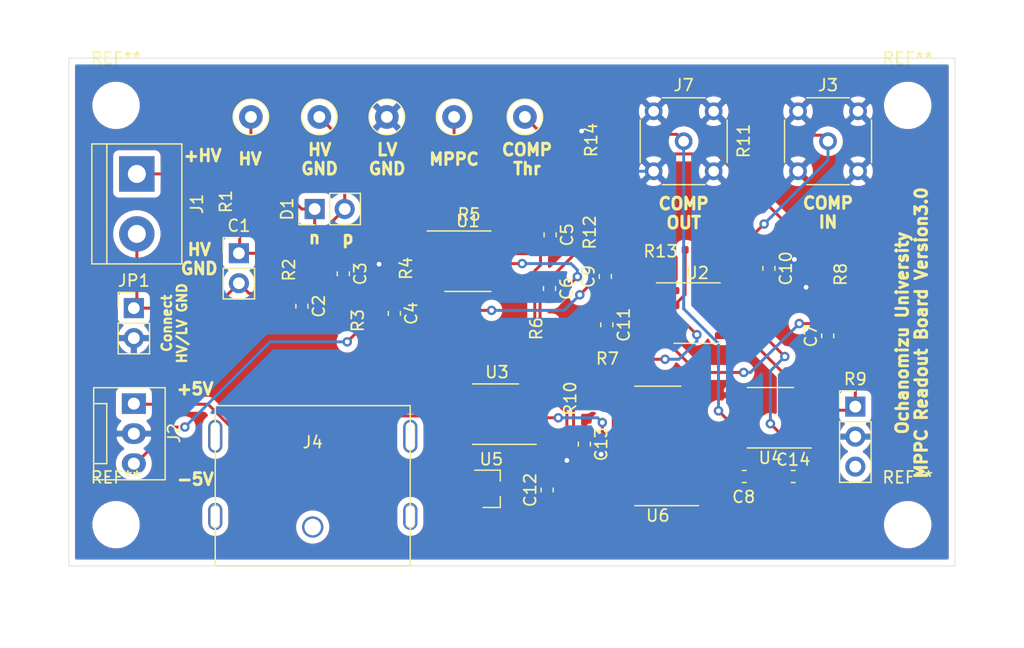
<source format=kicad_pcb>
(kicad_pcb (version 20171130) (host pcbnew "(5.1.4-0-10_14)")
  (layers (0 F.Cu signal) (31 B.Cu signal) (34 B.Paste user) (35 F.Paste user) (36 B.SilkS user) (37 F.SilkS user) (38 B.Mask user) (39 F.Mask user) (44 Edge.Cuts user))
  (net 0 "")
  (net 1 "Net-(C1-Pad1)")
  (net 2 "Net-(C1-Pad2)")
  (net 3 "Net-(C2-Pad1)")
  (net 4 "Net-(C3-Pad1)")
  (net 5 "Net-(C3-Pad2)")
  (net 6 GND)
  (net 7 "Net-(C4-Pad2)")
  (net 8 "Net-(C10-Pad2)")
  (net 9 "Net-(C6-Pad1)")
  (net 10 "Net-(C6-Pad2)")
  (net 11 "Net-(C11-Pad2)")
  (net 12 "Net-(C12-Pad2)")
  (net 13 "Net-(J1-Pad1)")
  (net 14 "Net-(J3-Pad1)")
  (net 15 "Net-(J4-Pad15)")
  (net 16 "Net-(J4-Pad1)")
  (net 17 "Net-(J4-Pad16)")
  (net 18 "Net-(J4-Pad17)")
  (net 19 "Net-(J4-Pad18)")
  (net 20 "Net-(J4-Pad19)")
  (net 21 "Net-(J4-Pad11)")
  (net 22 "Net-(J4-Pad5)")
  (net 23 "Net-(J4-Pad20)")
  (net 24 "Net-(J4-Pad14)")
  (net 25 "Net-(J4-Pad2)")
  (net 26 "Net-(J4-Pad3)")
  (net 27 "Net-(J4-Pad4)")
  (net 28 "Net-(J4-Pad13)")
  (net 29 "Net-(J4-Pad6)")
  (net 30 "Net-(J4-Pad7)")
  (net 31 "Net-(J4-Pad8)")
  (net 32 "Net-(J4-Pad9)")
  (net 33 "Net-(J4-Pad10)")
  (net 34 "Net-(J4-Pad12)")
  (net 35 "Net-(J7-Pad1)")
  (net 36 "Net-(R4-Pad2)")
  (net 37 "Net-(R7-Pad2)")
  (net 38 "Net-(R12-Pad1)")
  (net 39 "Net-(U3-Pad6)")
  (net 40 "Net-(U3-Pad5)")
  (net 41 "Net-(U3-Pad3)")
  (net 42 "Net-(U3-Pad2)")
  (net 43 "Net-(U4-Pad8)")
  (net 44 "Net-(U6-Pad4)")
  (net 45 "Net-(C14-Pad2)")
  (module MountingHole:MountingHole_3mm (layer F.Cu) (at 102 120.5108)
    (fp_text reference REF** (at 0 -4) (layer F.SilkS))
    (fp_text value MountingHole_3mm)
    (pad 1 np_thru_hole circle (at 0 0) (size 3 3) (drill 3) (layers *.Cu *.Mask))
  )
  (module MountingHole:MountingHole_3mm (layer F.Cu) (at 169 120.5108)
    (fp_text reference REF** (at 0 -4) (layer F.SilkS))
    (fp_text value MountingHole_3mm)
    (pad 1 np_thru_hole circle (at 0 0) (size 3 3) (drill 3) (layers *.Cu *.Mask))
  )
  (module MountingHole:MountingHole_3mm (layer F.Cu) (at 169 85)
    (fp_text reference REF** (at 0 -4) (layer F.SilkS))
    (fp_text value MountingHole_3mm)
    (pad 1 np_thru_hole circle (at 0 0) (size 3 3) (drill 3) (layers *.Cu *.Mask))
  )
  (module MountingHole:MountingHole_3mm (layer F.Cu) (at 102 85)
    (fp_text reference REF** (at 0 -4) (layer F.SilkS))
    (fp_text value MountingHole_3mm)
    (pad 1 np_thru_hole circle (at 0 0) (size 3 3) (drill 3) (layers *.Cu *.Mask))
  )
  (module Connector_HDMI:DisplayPort (layer F.Cu) (at 118.6434 113.03)
    (fp_text reference J4 (at 0 0.5) (layer F.SilkS))
    (fp_text value Conn_01x20_Female)
    (pad 21 thru_hole oval (at -8.25 6.78) (size 1.2 2.3) (drill oval 0.7 1.8) (layers *.Cu *.Mask))
    (pad 21 thru_hole oval (at 8.26 0) (size 1.2 2.8) (drill oval 0.7 2.3) (layers *.Cu *.Mask))
    (pad "" np_thru_hole circle (at 0 7.68) (size 1.8 1.8) (drill 1.4) (layers *.Cu *.Mask))
    (pad 15 smd rect (at -1.5 -2.6) (size 0.28 2.4) (layers F.Cu F.Paste F.Mask) (net 15 "Net-(J4-Pad15)"))
    (pad 1 smd rect (at 5.5 -2.6) (size 0.28 2.4) (layers F.Cu F.Paste F.Mask) (net 16 "Net-(J4-Pad1)"))
    (pad 16 smd rect (at -2 -2.6) (size 0.28 2.4) (layers F.Cu F.Paste F.Mask) (net 17 "Net-(J4-Pad16)"))
    (pad 17 smd rect (at -2.5 -2.6) (size 0.28 2.4) (layers F.Cu F.Paste F.Mask) (net 18 "Net-(J4-Pad17)"))
    (pad 18 smd rect (at -3 -2.6) (size 0.28 2.4) (layers F.Cu F.Paste F.Mask) (net 19 "Net-(J4-Pad18)"))
    (pad 19 smd rect (at -3.5 -2.6) (size 0.28 2.4) (layers F.Cu F.Paste F.Mask) (net 20 "Net-(J4-Pad19)"))
    (pad 11 smd rect (at 0.5 -2.6) (size 0.28 2.4) (layers F.Cu F.Paste F.Mask) (net 21 "Net-(J4-Pad11)"))
    (pad 5 smd rect (at 3.5 -2.6) (size 0.28 2.4) (layers F.Cu F.Paste F.Mask) (net 22 "Net-(J4-Pad5)"))
    (pad 20 smd rect (at -4 -2.6) (size 0.28 2.4) (layers F.Cu F.Paste F.Mask) (net 23 "Net-(J4-Pad20)"))
    (pad 14 smd rect (at -1 -2.6) (size 0.28 2.4) (layers F.Cu F.Paste F.Mask) (net 24 "Net-(J4-Pad14)"))
    (pad 2 smd rect (at 5 -2.6) (size 0.28 2.4) (layers F.Cu F.Paste F.Mask) (net 25 "Net-(J4-Pad2)"))
    (pad 3 smd rect (at 4.5 -2.6) (size 0.28 2.4) (layers F.Cu F.Paste F.Mask) (net 26 "Net-(J4-Pad3)"))
    (pad 4 smd rect (at 4 -2.6) (size 0.28 2.4) (layers F.Cu F.Paste F.Mask) (net 27 "Net-(J4-Pad4)"))
    (pad 13 smd rect (at -0.5 -2.6) (size 0.28 2.4) (layers F.Cu F.Paste F.Mask) (net 28 "Net-(J4-Pad13)"))
    (pad 6 smd rect (at 3 -2.6) (size 0.28 2.4) (layers F.Cu F.Paste F.Mask) (net 29 "Net-(J4-Pad6)"))
    (pad 7 smd rect (at 2.5 -2.6) (size 0.28 2.4) (layers F.Cu F.Paste F.Mask) (net 30 "Net-(J4-Pad7)"))
    (pad 8 smd rect (at 2 -2.6) (size 0.28 2.4) (layers F.Cu F.Paste F.Mask) (net 31 "Net-(J4-Pad8)"))
    (pad 9 smd rect (at 1.5 -2.6) (size 0.28 2.4) (layers F.Cu F.Paste F.Mask) (net 32 "Net-(J4-Pad9)"))
    (pad 10 smd rect (at 1 -2.6) (size 0.28 2.4) (layers F.Cu F.Paste F.Mask) (net 33 "Net-(J4-Pad10)"))
    (pad 12 smd rect (at 0 -2.6) (size 0.28 2.4) (layers F.Cu F.Paste F.Mask) (net 34 "Net-(J4-Pad12)"))
    (pad 21 thru_hole oval (at -8.25 0) (size 1.2 2.8) (drill oval 0.7 2.3) (layers *.Cu *.Mask))
    (pad 21 thru_hole oval (at 8.26 6.78) (size 1.2 2.3) (drill oval 0.7 1.8) (layers *.Cu *.Mask))
  )
  (module Connector_PinHeader_2.54mm:PinHeader_1x02_P2.54mm_Vertical (layer F.Cu) (at 112.395 97.5233)
    (fp_text reference C1 (at 0 -2.33) (layer F.SilkS))
    (fp_text value 22u)
    (pad 1 thru_hole rect (at 0 0) (size 1.7 1.7) (drill 1) (layers *.Cu *.Mask) (net 1 "Net-(C1-Pad1)"))
    (pad 2 thru_hole oval (at 0 2.54) (size 1.7 1.7) (drill 1) (layers *.Cu *.Mask) (net 2 "Net-(C1-Pad2)"))
  )
  (module Capacitor_SMD:C_0603_1608Metric (layer F.Cu) (at 117.729 102.0064 270)
    (fp_text reference C2 (at 0 -1.43 90) (layer F.SilkS))
    (fp_text value 0.1u)
    (pad 1 smd roundrect (at -0.7875 0 270) (size 0.875 0.95) (layers F.Cu F.Paste F.Mask) (net 3 "Net-(C2-Pad1)"))
    (pad 2 smd roundrect (at 0.7875 0 270) (size 0.875 0.95) (layers F.Cu F.Paste F.Mask) (net 2 "Net-(C1-Pad2)"))
  )
  (module Capacitor_SMD:C_0603_1608Metric (layer F.Cu) (at 121.2342 99.2632 270)
    (fp_text reference C3 (at 0 -1.43 90) (layer F.SilkS))
    (fp_text value 0.1u)
    (pad 1 smd roundrect (at -0.7875 0 270) (size 0.875 0.95) (layers F.Cu F.Paste F.Mask) (net 4 "Net-(C3-Pad1)"))
    (pad 2 smd roundrect (at 0.7875 0 270) (size 0.875 0.95) (layers F.Cu F.Paste F.Mask) (net 5 "Net-(C3-Pad2)"))
  )
  (module Capacitor_SMD:C_0603_1608Metric (layer F.Cu) (at 125.5522 102.616 270)
    (fp_text reference C4 (at 0 -1.43 90) (layer F.SilkS))
    (fp_text value 0.1u)
    (pad 1 smd roundrect (at -0.7875 0 270) (size 0.875 0.95) (layers F.Cu F.Paste F.Mask) (net 6 GND))
    (pad 2 smd roundrect (at 0.7875 0 270) (size 0.875 0.95) (layers F.Cu F.Paste F.Mask) (net 7 "Net-(C4-Pad2)"))
  )
  (module Capacitor_SMD:C_0603_1608Metric (layer F.Cu) (at 138.7348 95.9612 270)
    (fp_text reference C5 (at 0 -1.43 90) (layer F.SilkS))
    (fp_text value 0.1u)
    (pad 2 smd roundrect (at 0.7875 0 270) (size 0.875 0.95) (layers F.Cu F.Paste F.Mask) (net 8 "Net-(C10-Pad2)"))
    (pad 1 smd roundrect (at -0.7875 0 270) (size 0.875 0.95) (layers F.Cu F.Paste F.Mask) (net 6 GND))
  )
  (module Capacitor_SMD:C_0603_1608Metric (layer F.Cu) (at 138.684 100.5078 270)
    (fp_text reference C6 (at 0 -1.43 90) (layer F.SilkS))
    (fp_text value 0.1u)
    (pad 1 smd roundrect (at -0.7875 0 270) (size 0.875 0.95) (layers F.Cu F.Paste F.Mask) (net 9 "Net-(C6-Pad1)"))
    (pad 2 smd roundrect (at 0.7875 0 270) (size 0.875 0.95) (layers F.Cu F.Paste F.Mask) (net 10 "Net-(C6-Pad2)"))
  )
  (module Capacitor_SMD:C_0603_1608Metric (layer F.Cu) (at 162.2298 104.521 90)
    (fp_text reference C7 (at 0 -1.43 90) (layer F.SilkS))
    (fp_text value 0.1u)
    (pad 2 smd roundrect (at 0.7875 0 90) (size 0.875 0.95) (layers F.Cu F.Paste F.Mask) (net 7 "Net-(C4-Pad2)"))
    (pad 1 smd roundrect (at -0.7875 0 90) (size 0.875 0.95) (layers F.Cu F.Paste F.Mask) (net 6 GND))
  )
  (module Capacitor_SMD:C_0603_1608Metric (layer F.Cu) (at 155.1686 116.4336)
    (fp_text reference C8 (at -0.0508 1.7272) (layer F.SilkS))
    (fp_text value 0.1u)
    (pad 1 smd roundrect (at -0.7875 0) (size 0.875 0.95) (layers F.Cu F.Paste F.Mask) (net 8 "Net-(C10-Pad2)"))
    (pad 2 smd roundrect (at 0.7875 0) (size 0.875 0.95) (layers F.Cu F.Paste F.Mask) (net 6 GND))
  )
  (module Capacitor_SMD:C_0603_1608Metric (layer F.Cu) (at 143.4084 99.4918 90)
    (fp_text reference C9 (at 0 -1.43 90) (layer F.SilkS))
    (fp_text value 0.1u)
    (pad 2 smd roundrect (at 0.7875 0 90) (size 0.875 0.95) (layers F.Cu F.Paste F.Mask) (net 7 "Net-(C4-Pad2)"))
    (pad 1 smd roundrect (at -0.7875 0 90) (size 0.875 0.95) (layers F.Cu F.Paste F.Mask) (net 6 GND))
  )
  (module Capacitor_SMD:C_0603_1608Metric (layer F.Cu) (at 157.2514 98.806 270)
    (fp_text reference C10 (at 0 -1.43 90) (layer F.SilkS))
    (fp_text value 0.1u)
    (pad 1 smd roundrect (at -0.7875 0 270) (size 0.875 0.95) (layers F.Cu F.Paste F.Mask) (net 6 GND))
    (pad 2 smd roundrect (at 0.7875 0 270) (size 0.875 0.95) (layers F.Cu F.Paste F.Mask) (net 8 "Net-(C10-Pad2)"))
  )
  (module Capacitor_SMD:C_0603_1608Metric (layer F.Cu) (at 143.5354 103.5812 270)
    (fp_text reference C11 (at 0 -1.43 90) (layer F.SilkS))
    (fp_text value 47p)
    (pad 2 smd roundrect (at 0.7875 0 270) (size 0.875 0.95) (layers F.Cu F.Paste F.Mask) (net 11 "Net-(C11-Pad2)"))
    (pad 1 smd roundrect (at -0.7875 0 270) (size 0.875 0.95) (layers F.Cu F.Paste F.Mask) (net 6 GND))
  )
  (module Capacitor_SMD:C_0603_1608Metric (layer F.Cu) (at 138.4808 117.5766 90)
    (fp_text reference C12 (at 0 -1.43 90) (layer F.SilkS))
    (fp_text value 0.1u)
    (pad 2 smd roundrect (at 0.7875 0 90) (size 0.875 0.95) (layers F.Cu F.Paste F.Mask) (net 12 "Net-(C12-Pad2)"))
    (pad 1 smd roundrect (at -0.7875 0 90) (size 0.875 0.95) (layers F.Cu F.Paste F.Mask) (net 6 GND))
  )
  (module Connector_PinHeader_2.54mm:PinHeader_1x02_P2.54mm_Vertical (layer F.Cu) (at 118.8085 93.7768 90)
    (fp_text reference D1 (at 0 -2.33 90) (layer F.SilkS))
    (fp_text value D_SiPM)
    (pad 1 thru_hole rect (at 0 0 90) (size 1.7 1.7) (drill 1) (layers *.Cu *.Mask) (net 3 "Net-(C2-Pad1)"))
    (pad 2 thru_hole oval (at 0 2.54 90) (size 1.7 1.7) (drill 1) (layers *.Cu *.Mask) (net 5 "Net-(C3-Pad2)"))
  )
  (module TerminalBlock:TerminalBlock_bornier-2_P5.08mm (layer F.Cu) (at 103.759 90.805 270)
    (fp_text reference J1 (at 2.54 -5.08 90) (layer F.SilkS))
    (fp_text value Screw_Terminal_01x02)
    (pad 1 thru_hole rect (at 0 0 270) (size 3 3) (drill 1.52) (layers *.Cu *.Mask) (net 13 "Net-(J1-Pad1)"))
    (pad 2 thru_hole circle (at 5.08 0 270) (size 3 3) (drill 1.52) (layers *.Cu *.Mask) (net 2 "Net-(C1-Pad2)"))
  )
  (module Connector:FanPinHeader_1x03_P2.54mm_Vertical (layer F.Cu) (at 103.505 110.2614 270)
    (fp_text reference J2 (at 2.5 -3.4 90) (layer F.SilkS))
    (fp_text value Conn_01x03)
    (pad 1 thru_hole rect (at 0 0) (size 2.03 1.73) (drill 1.02) (layers *.Cu *.Mask) (net 8 "Net-(C10-Pad2)"))
    (pad 2 thru_hole oval (at 2.54 0) (size 2.03 1.73) (drill 1.02) (layers *.Cu *.Mask) (net 6 GND))
    (pad 3 thru_hole oval (at 5.08 0) (size 2.03 1.73) (drill 1.02) (layers *.Cu *.Mask) (net 7 "Net-(C4-Pad2)"))
  )
  (module Connector_Coaxial:SMA_Amphenol_132134-16_Vertical (layer F.Cu) (at 162.2552 88.0364)
    (fp_text reference J3 (at 0 -4.75) (layer F.SilkS))
    (fp_text value LEMO2)
    (pad 2 thru_hole circle (at -2.54 2.54) (size 1.5 1.5) (drill 0.9) (layers *.Cu *.Mask) (net 6 GND))
    (pad 2 thru_hole circle (at -2.54 -2.54) (size 1.5 1.5) (drill 0.9) (layers *.Cu *.Mask) (net 6 GND))
    (pad 2 thru_hole circle (at 2.54 -2.54) (size 1.5 1.5) (drill 0.9) (layers *.Cu *.Mask) (net 6 GND))
    (pad 2 thru_hole circle (at 2.54 2.54) (size 1.5 1.5) (drill 0.9) (layers *.Cu *.Mask) (net 6 GND))
    (pad 1 thru_hole circle (at 0 0) (size 1.5 1.5) (drill 0.9) (layers *.Cu *.Mask) (net 14 "Net-(J3-Pad1)"))
  )
  (module Connector_Coaxial:SMA_Amphenol_132134-16_Vertical (layer F.Cu) (at 150.0378 88.0364)
    (fp_text reference J7 (at 0 -4.75) (layer F.SilkS))
    (fp_text value LEMO2)
    (pad 1 thru_hole circle (at 0 0) (size 1.5 1.5) (drill 0.9) (layers *.Cu *.Mask) (net 35 "Net-(J7-Pad1)"))
    (pad 2 thru_hole circle (at 2.54 2.54) (size 1.5 1.5) (drill 0.9) (layers *.Cu *.Mask) (net 6 GND))
    (pad 2 thru_hole circle (at 2.54 -2.54) (size 1.5 1.5) (drill 0.9) (layers *.Cu *.Mask) (net 6 GND))
    (pad 2 thru_hole circle (at -2.54 -2.54) (size 1.5 1.5) (drill 0.9) (layers *.Cu *.Mask) (net 6 GND))
    (pad 2 thru_hole circle (at -2.54 2.54) (size 1.5 1.5) (drill 0.9) (layers *.Cu *.Mask) (net 6 GND))
  )
  (module Connector_PinHeader_2.54mm:PinHeader_1x02_P2.54mm_Vertical (layer F.Cu) (at 103.505 102.1715)
    (fp_text reference JP1 (at 0 -2.33) (layer F.SilkS))
    (fp_text value Jumper)
    (pad 2 thru_hole oval (at 0 2.54) (size 1.7 1.7) (drill 1) (layers *.Cu *.Mask) (net 6 GND))
    (pad 1 thru_hole rect (at 0 0) (size 1.7 1.7) (drill 1) (layers *.Cu *.Mask) (net 2 "Net-(C1-Pad2)"))
  )
  (module Resistor_SMD:R_0402_1005Metric (layer F.Cu) (at 112.4585 93.1418 90)
    (fp_text reference R1 (at 0 -1.17 90) (layer F.SilkS))
    (fp_text value 100k)
    (pad 1 smd roundrect (at -0.485 0 90) (size 0.59 0.64) (layers F.Cu F.Paste F.Mask) (net 1 "Net-(C1-Pad1)"))
    (pad 2 smd roundrect (at 0.485 0 90) (size 0.59 0.64) (layers F.Cu F.Paste F.Mask) (net 13 "Net-(J1-Pad1)"))
  )
  (module Resistor_SMD:R_0402_1005Metric (layer F.Cu) (at 117.8052 98.933 90)
    (fp_text reference R2 (at 0 -1.17 90) (layer F.SilkS))
    (fp_text value 150k)
    (pad 2 smd roundrect (at 0.485 0 90) (size 0.59 0.64) (layers F.Cu F.Paste F.Mask) (net 1 "Net-(C1-Pad1)"))
    (pad 1 smd roundrect (at -0.485 0 90) (size 0.59 0.64) (layers F.Cu F.Paste F.Mask) (net 3 "Net-(C2-Pad1)"))
  )
  (module Resistor_SMD:R_0402_1005Metric (layer F.Cu) (at 121.285 103.2256 270)
    (fp_text reference R3 (at 0 -1.17 90) (layer F.SilkS))
    (fp_text value 1k)
    (pad 2 smd roundrect (at 0.485 0 270) (size 0.59 0.64) (layers F.Cu F.Paste F.Mask) (net 5 "Net-(C3-Pad2)"))
    (pad 1 smd roundrect (at -0.485 0 270) (size 0.59 0.64) (layers F.Cu F.Paste F.Mask) (net 2 "Net-(C1-Pad2)"))
  )
  (module Resistor_SMD:R_0402_1005Metric (layer F.Cu) (at 125.3744 98.806 270)
    (fp_text reference R4 (at 0 -1.17 90) (layer F.SilkS))
    (fp_text value 1k)
    (pad 1 smd roundrect (at -0.485 0 270) (size 0.59 0.64) (layers F.Cu F.Paste F.Mask) (net 6 GND))
    (pad 2 smd roundrect (at 0.485 0 270) (size 0.59 0.64) (layers F.Cu F.Paste F.Mask) (net 36 "Net-(R4-Pad2)"))
  )
  (module Resistor_SMD:R_0402_1005Metric (layer F.Cu) (at 131.8768 93.0656 180)
    (fp_text reference R5 (at 0 -1.17) (layer F.SilkS))
    (fp_text value 20k)
    (pad 1 smd roundrect (at -0.485 0 180) (size 0.59 0.64) (layers F.Cu F.Paste F.Mask) (net 10 "Net-(C6-Pad2)"))
    (pad 2 smd roundrect (at 0.485 0 180) (size 0.59 0.64) (layers F.Cu F.Paste F.Mask) (net 4 "Net-(C3-Pad1)"))
  )
  (module Resistor_SMD:R_0402_1005Metric (layer F.Cu) (at 138.7348 103.9114 90)
    (fp_text reference R6 (at 0 -1.17 90) (layer F.SilkS))
    (fp_text value 1k)
    (pad 2 smd roundrect (at 0.485 0 90) (size 0.59 0.64) (layers F.Cu F.Paste F.Mask) (net 9 "Net-(C6-Pad1)"))
    (pad 1 smd roundrect (at -0.485 0 90) (size 0.59 0.64) (layers F.Cu F.Paste F.Mask) (net 6 GND))
  )
  (module Resistor_SMD:R_0402_1005Metric (layer F.Cu) (at 145.796 106.4768)
    (fp_text reference R7 (at -2.2098 -0.0254) (layer F.SilkS))
    (fp_text value 1k)
    (pad 2 smd roundrect (at 0.485 0) (size 0.59 0.64) (layers F.Cu F.Paste F.Mask) (net 37 "Net-(R7-Pad2)"))
    (pad 1 smd roundrect (at -0.485 0) (size 0.59 0.64) (layers F.Cu F.Paste F.Mask) (net 6 GND))
  )
  (module Resistor_SMD:R_0402_1005Metric (layer F.Cu) (at 162.1536 99.314 270)
    (fp_text reference R8 (at 0 -1.17 90) (layer F.SilkS))
    (fp_text value 100k)
    (pad 1 smd roundrect (at -0.485 0 270) (size 0.59 0.64) (layers F.Cu F.Paste F.Mask) (net 45 "Net-(C14-Pad2)"))
    (pad 2 smd roundrect (at 0.485 0 270) (size 0.59 0.64) (layers F.Cu F.Paste F.Mask) (net 8 "Net-(C10-Pad2)"))
  )
  (module Connector_PinHeader_2.54mm:PinHeader_1x03_P2.54mm_Vertical (layer F.Cu) (at 164.5666 110.5154)
    (fp_text reference R9 (at 0 -2.33) (layer F.SilkS))
    (fp_text value R_Variable)
    (pad 1 thru_hole rect (at 0 0) (size 1.7 1.7) (drill 1) (layers *.Cu *.Mask) (net 45 "Net-(C14-Pad2)"))
    (pad 2 thru_hole oval (at 0 2.54) (size 1.7 1.7) (drill 1) (layers *.Cu *.Mask) (net 6 GND))
    (pad 3 thru_hole oval (at 0 5.08) (size 1.7 1.7) (drill 1) (layers *.Cu *.Mask))
  )
  (module Resistor_SMD:R_0402_1005Metric (layer F.Cu) (at 141.605 109.8296 90)
    (fp_text reference R10 (at 0 -1.17 90) (layer F.SilkS))
    (fp_text value 1k)
    (pad 1 smd roundrect (at -0.485 0 90) (size 0.59 0.64) (layers F.Cu F.Paste F.Mask) (net 11 "Net-(C11-Pad2)"))
    (pad 2 smd roundrect (at 0.485 0 90) (size 0.59 0.64) (layers F.Cu F.Paste F.Mask) (net 8 "Net-(C10-Pad2)"))
  )
  (module Resistor_SMD:R_0402_1005Metric (layer F.Cu) (at 156.2862 88.011 90)
    (fp_text reference R11 (at 0 -1.17 90) (layer F.SilkS))
    (fp_text value 1k)
    (pad 1 smd roundrect (at -0.485 0 90) (size 0.59 0.64) (layers F.Cu F.Paste F.Mask) (net 6 GND))
    (pad 2 smd roundrect (at 0.485 0 90) (size 0.59 0.64) (layers F.Cu F.Paste F.Mask) (net 14 "Net-(J3-Pad1)"))
  )
  (module Resistor_SMD:R_0402_1005Metric (layer F.Cu) (at 143.256 95.758 90)
    (fp_text reference R12 (at 0 -1.17 90) (layer F.SilkS))
    (fp_text value 1k)
    (pad 2 smd roundrect (at 0.485 0 90) (size 0.59 0.64) (layers F.Cu F.Paste F.Mask) (net 9 "Net-(C6-Pad1)"))
    (pad 1 smd roundrect (at -0.485 0 90) (size 0.59 0.64) (layers F.Cu F.Paste F.Mask) (net 38 "Net-(R12-Pad1)"))
  )
  (module Resistor_SMD:R_0402_1005Metric (layer F.Cu) (at 150.6474 97.2312 180)
    (fp_text reference R13 (at 2.5654 -0.127) (layer F.SilkS))
    (fp_text value 1k)
    (pad 1 smd roundrect (at -0.485 0 180) (size 0.59 0.64) (layers F.Cu F.Paste F.Mask) (net 14 "Net-(J3-Pad1)"))
    (pad 2 smd roundrect (at 0.485 0 180) (size 0.59 0.64) (layers F.Cu F.Paste F.Mask) (net 38 "Net-(R12-Pad1)"))
  )
  (module Resistor_SMD:R_0402_1005Metric (layer F.Cu) (at 143.383 87.9348 90)
    (fp_text reference R14 (at 0 -1.17 90) (layer F.SilkS))
    (fp_text value 1k)
    (pad 2 smd roundrect (at 0.485 0 90) (size 0.59 0.64) (layers F.Cu F.Paste F.Mask) (net 35 "Net-(J7-Pad1)"))
    (pad 1 smd roundrect (at -0.485 0 90) (size 0.59 0.64) (layers F.Cu F.Paste F.Mask) (net 6 GND))
  )
  (module TestPoint:TestPoint_Loop_D2.50mm_Drill1.0mm (layer F.Cu) (at 113.411 85.979)
    (fp_text reference TP1 hide)
    (fp_text value TestPoint_Probe)
    (pad 1 thru_hole circle (at 0 0) (size 2 2) (drill 1) (layers *.Cu *.Mask) (net 3 "Net-(C2-Pad1)"))
  )
  (module TestPoint:TestPoint_Loop_D2.50mm_Drill1.0mm (layer F.Cu) (at 119.2022 85.979)
    (fp_text reference TP2 hide)
    (fp_text value TestPoint_Probe)
    (pad 1 thru_hole circle (at 0 0) (size 2 2) (drill 1) (layers *.Cu *.Mask) (net 5 "Net-(C3-Pad2)"))
  )
  (module TestPoint:TestPoint_Loop_D2.50mm_Drill1.0mm (layer F.Cu) (at 124.9172 85.979)
    (fp_text reference TP3 hide)
    (fp_text value TestPoint_Probe)
    (pad 1 thru_hole circle (at 0 0) (size 2 2) (drill 1) (layers *.Cu *.Mask) (net 6 GND))
  )
  (module TestPoint:TestPoint_Loop_D2.50mm_Drill1.0mm (layer F.Cu) (at 130.6068 85.979)
    (fp_text reference TP4 hide)
    (fp_text value TestPoint_Probe)
    (pad 1 thru_hole circle (at 0 0) (size 2 2) (drill 1) (layers *.Cu *.Mask) (net 4 "Net-(C3-Pad1)"))
  )
  (module TestPoint:TestPoint_Loop_D2.50mm_Drill1.0mm (layer F.Cu) (at 136.6012 85.979)
    (fp_text reference TP5 hide)
    (fp_text value TestPoint_Probe)
    (pad 1 thru_hole circle (at 0 0) (size 2 2) (drill 1) (layers *.Cu *.Mask) (net 45 "Net-(C14-Pad2)"))
  )
  (module Package_SO:SOIC-8_3.9x4.9mm_P1.27mm (layer F.Cu) (at 131.7752 98.1964)
    (fp_text reference U1 (at 0 -3.4) (layer F.SilkS))
    (fp_text value OPAMP)
    (pad 1 smd roundrect (at -2.475 -1.905) (size 1.95 0.6) (layers F.Cu F.Paste F.Mask))
    (pad 2 smd roundrect (at -2.475 -0.635) (size 1.95 0.6) (layers F.Cu F.Paste F.Mask) (net 4 "Net-(C3-Pad1)"))
    (pad 3 smd roundrect (at -2.475 0.635) (size 1.95 0.6) (layers F.Cu F.Paste F.Mask) (net 36 "Net-(R4-Pad2)"))
    (pad 4 smd roundrect (at -2.475 1.905) (size 1.95 0.6) (layers F.Cu F.Paste F.Mask) (net 7 "Net-(C4-Pad2)"))
    (pad 5 smd roundrect (at 2.475 1.905) (size 1.95 0.6) (layers F.Cu F.Paste F.Mask))
    (pad 6 smd roundrect (at 2.475 0.635) (size 1.95 0.6) (layers F.Cu F.Paste F.Mask) (net 10 "Net-(C6-Pad2)"))
    (pad 7 smd roundrect (at 2.475 -0.635) (size 1.95 0.6) (layers F.Cu F.Paste F.Mask) (net 8 "Net-(C10-Pad2)"))
    (pad 8 smd roundrect (at 2.475 -1.905) (size 1.95 0.6) (layers F.Cu F.Paste F.Mask))
  )
  (module Package_SO:SOIC-8_3.9x4.9mm_P1.27mm (layer F.Cu) (at 151.1808 102.5906)
    (fp_text reference U2 (at 0 -3.4) (layer F.SilkS))
    (fp_text value OPAMP)
    (pad 8 smd roundrect (at 2.475 -1.905) (size 1.95 0.6) (layers F.Cu F.Paste F.Mask))
    (pad 7 smd roundrect (at 2.475 -0.635) (size 1.95 0.6) (layers F.Cu F.Paste F.Mask) (net 8 "Net-(C10-Pad2)"))
    (pad 6 smd roundrect (at 2.475 0.635) (size 1.95 0.6) (layers F.Cu F.Paste F.Mask) (net 14 "Net-(J3-Pad1)"))
    (pad 5 smd roundrect (at 2.475 1.905) (size 1.95 0.6) (layers F.Cu F.Paste F.Mask))
    (pad 4 smd roundrect (at -2.475 1.905) (size 1.95 0.6) (layers F.Cu F.Paste F.Mask) (net 7 "Net-(C4-Pad2)"))
    (pad 3 smd roundrect (at -2.475 0.635) (size 1.95 0.6) (layers F.Cu F.Paste F.Mask) (net 37 "Net-(R7-Pad2)"))
    (pad 2 smd roundrect (at -2.475 -0.635) (size 1.95 0.6) (layers F.Cu F.Paste F.Mask) (net 38 "Net-(R12-Pad1)"))
    (pad 1 smd roundrect (at -2.475 -1.905) (size 1.95 0.6) (layers F.Cu F.Paste F.Mask))
  )
  (module Package_SO:SOIC-8_3.9x4.9mm_P1.27mm (layer F.Cu) (at 134.112 111.1504 180)
    (fp_text reference U3 (at -0.127 3.556) (layer F.SilkS))
    (fp_text value DS90LV027A)
    (pad 8 smd roundrect (at 2.475 -1.905 180) (size 1.95 0.6) (layers F.Cu F.Paste F.Mask) (net 26 "Net-(J4-Pad3)"))
    (pad 7 smd roundrect (at 2.475 -0.635 180) (size 1.95 0.6) (layers F.Cu F.Paste F.Mask) (net 16 "Net-(J4-Pad1)"))
    (pad 6 smd roundrect (at 2.475 0.635 180) (size 1.95 0.6) (layers F.Cu F.Paste F.Mask) (net 39 "Net-(U3-Pad6)"))
    (pad 5 smd roundrect (at 2.475 1.905 180) (size 1.95 0.6) (layers F.Cu F.Paste F.Mask) (net 40 "Net-(U3-Pad5)"))
    (pad 4 smd roundrect (at -2.475 1.905 180) (size 1.95 0.6) (layers F.Cu F.Paste F.Mask) (net 6 GND))
    (pad 3 smd roundrect (at -2.475 0.635 180) (size 1.95 0.6) (layers F.Cu F.Paste F.Mask) (net 41 "Net-(U3-Pad3)"))
    (pad 2 smd roundrect (at -2.475 -0.635 180) (size 1.95 0.6) (layers F.Cu F.Paste F.Mask) (net 42 "Net-(U3-Pad2)"))
    (pad 1 smd roundrect (at -2.475 -1.905 180) (size 1.95 0.6) (layers F.Cu F.Paste F.Mask) (net 12 "Net-(C12-Pad2)"))
  )
  (module Package_SO:SOIC-8_3.9x4.9mm_P1.27mm (layer F.Cu) (at 157.3784 111.4552 180)
    (fp_text reference U4 (at 0 -3.4) (layer F.SilkS))
    (fp_text value AD8561)
    (pad 1 smd roundrect (at -2.475 -1.905 180) (size 1.95 0.6) (layers F.Cu F.Paste F.Mask) (net 8 "Net-(C10-Pad2)"))
    (pad 2 smd roundrect (at -2.475 -0.635 180) (size 1.95 0.6) (layers F.Cu F.Paste F.Mask) (net 14 "Net-(J3-Pad1)"))
    (pad 3 smd roundrect (at -2.475 0.635 180) (size 1.95 0.6) (layers F.Cu F.Paste F.Mask) (net 45 "Net-(C14-Pad2)"))
    (pad 4 smd roundrect (at -2.475 1.905 180) (size 1.95 0.6) (layers F.Cu F.Paste F.Mask) (net 7 "Net-(C4-Pad2)"))
    (pad 5 smd roundrect (at 2.475 1.905 180) (size 1.95 0.6) (layers F.Cu F.Paste F.Mask) (net 6 GND))
    (pad 6 smd roundrect (at 2.475 0.635 180) (size 1.95 0.6) (layers F.Cu F.Paste F.Mask) (net 6 GND))
    (pad 7 smd roundrect (at 2.475 -0.635 180) (size 1.95 0.6) (layers F.Cu F.Paste F.Mask) (net 35 "Net-(J7-Pad1)"))
    (pad 8 smd roundrect (at 2.475 -1.905 180) (size 1.95 0.6) (layers F.Cu F.Paste F.Mask) (net 43 "Net-(U4-Pad8)"))
  )
  (module Package_TO_SOT_SMD:SOT-23 (layer F.Cu) (at 133.7564 117.475)
    (fp_text reference U5 (at 0 -2.5) (layer F.SilkS))
    (fp_text value LM3480-3.3)
    (pad 1 smd rect (at -1 -0.95) (size 0.9 0.8) (layers F.Cu F.Paste F.Mask) (net 12 "Net-(C12-Pad2)"))
    (pad 2 smd rect (at -1 0.95) (size 0.9 0.8) (layers F.Cu F.Paste F.Mask) (net 8 "Net-(C10-Pad2)"))
    (pad 3 smd rect (at 1 0) (size 0.9 0.8) (layers F.Cu F.Paste F.Mask) (net 6 GND))
  )
  (module Package_SO:SOIC-16_3.9x9.9mm_P1.27mm (layer F.Cu) (at 147.8534 113.8428 180)
    (fp_text reference U6 (at 0 -5.9) (layer F.SilkS))
    (fp_text value SN74LS123DR)
    (pad 1 smd roundrect (at -2.475 -4.445 180) (size 1.95 0.6) (layers F.Cu F.Paste F.Mask) (net 6 GND))
    (pad 2 smd roundrect (at -2.475 -3.175 180) (size 1.95 0.6) (layers F.Cu F.Paste F.Mask) (net 35 "Net-(J7-Pad1)"))
    (pad 3 smd roundrect (at -2.475 -1.905 180) (size 1.95 0.6) (layers F.Cu F.Paste F.Mask) (net 8 "Net-(C10-Pad2)"))
    (pad 4 smd roundrect (at -2.475 -0.635 180) (size 1.95 0.6) (layers F.Cu F.Paste F.Mask) (net 44 "Net-(U6-Pad4)"))
    (pad 5 smd roundrect (at -2.475 0.635 180) (size 1.95 0.6) (layers F.Cu F.Paste F.Mask))
    (pad 6 smd roundrect (at -2.475 1.905 180) (size 1.95 0.6) (layers F.Cu F.Paste F.Mask))
    (pad 7 smd roundrect (at -2.475 3.175 180) (size 1.95 0.6) (layers F.Cu F.Paste F.Mask))
    (pad 8 smd roundrect (at -2.475 4.445 180) (size 1.95 0.6) (layers F.Cu F.Paste F.Mask) (net 6 GND))
    (pad 9 smd roundrect (at 2.475 4.445 180) (size 1.95 0.6) (layers F.Cu F.Paste F.Mask))
    (pad 10 smd roundrect (at 2.475 3.175 180) (size 1.95 0.6) (layers F.Cu F.Paste F.Mask))
    (pad 11 smd roundrect (at 2.475 1.905 180) (size 1.95 0.6) (layers F.Cu F.Paste F.Mask))
    (pad 12 smd roundrect (at 2.475 0.635 180) (size 1.95 0.6) (layers F.Cu F.Paste F.Mask))
    (pad 13 smd roundrect (at 2.475 -0.635 180) (size 1.95 0.6) (layers F.Cu F.Paste F.Mask) (net 42 "Net-(U3-Pad2)"))
    (pad 14 smd roundrect (at 2.475 -1.905 180) (size 1.95 0.6) (layers F.Cu F.Paste F.Mask) (net 6 GND))
    (pad 15 smd roundrect (at 2.475 -3.175 180) (size 1.95 0.6) (layers F.Cu F.Paste F.Mask) (net 11 "Net-(C11-Pad2)"))
    (pad 16 smd roundrect (at 2.475 -4.445 180) (size 1.95 0.6) (layers F.Cu F.Paste F.Mask) (net 8 "Net-(C10-Pad2)"))
  )
  (module Capacitor_SMD:C_0603_1608Metric (layer F.Cu) (at 141.6304 113.6904 270)
    (fp_text reference C13 (at 0 -1.43 90) (layer F.SilkS))
    (fp_text value 0.1u)
    (pad 1 smd roundrect (at -0.7875 0 270) (size 0.875 0.95) (layers F.Cu F.Paste F.Mask) (net 6 GND))
    (pad 2 smd roundrect (at 0.7875 0 270) (size 0.875 0.95) (layers F.Cu F.Paste F.Mask) (net 8 "Net-(C10-Pad2)"))
  )
  (module Capacitor_SMD:C_0603_1608Metric (layer F.Cu) (at 159.3088 116.4336)
    (fp_text reference C14 (at 0 -1.43) (layer F.SilkS))
    (fp_text value 0.1u)
    (pad 1 smd roundrect (at -0.7875 0) (size 0.875 0.95) (layers F.Cu F.Paste F.Mask) (net 6 GND))
    (pad 2 smd roundrect (at 0.7875 0) (size 0.875 0.95) (layers F.Cu F.Paste F.Mask) (net 45 "Net-(C14-Pad2)"))
  )
  (gr_line (start 127.2794 119.2022) (end 127.2794 120.4087) (layer Edge.Cuts) (width 0.05))
  (gr_arc (start 126.8984 119.2022) (end 126.5174 119.2022) (angle 180) (layer Edge.Cuts) (width 0.05))
  (gr_line (start 126.5174 119.2022) (end 126.5174 120.4087) (layer Edge.Cuts) (width 0.05))
  (gr_arc (start 126.8984 120.4087) (end 126.5174 120.4087) (angle -180) (layer Edge.Cuts) (width 0.05))
  (gr_arc (start 126.8984 112.2934) (end 126.5174 112.2934) (angle 180) (layer Edge.Cuts) (width 0.05))
  (gr_line (start 127.2794 112.2934) (end 127.2794 113.7952) (layer Edge.Cuts) (width 0.05))
  (gr_arc (start 126.8984 113.7952) (end 126.5174 113.7952) (angle -180) (layer Edge.Cuts) (width 0.05))
  (gr_line (start 126.5174 112.2934) (end 126.5174 113.7952) (layer Edge.Cuts) (width 0.05))
  (gr_line (start 110.7694 112.268) (end 110.7694 113.7698) (layer Edge.Cuts) (width 0.05))
  (gr_arc (start 110.3884 112.268) (end 110.0074 112.268) (angle 180) (layer Edge.Cuts) (width 0.05))
  (gr_arc (start 110.3884 113.7698) (end 110.0074 113.7698) (angle -180) (layer Edge.Cuts) (width 0.05))
  (gr_line (start 110.0074 112.268) (end 110.0074 113.7698) (layer Edge.Cuts) (width 0.05))
  (gr_line (start 110.7694 119.2022) (end 110.7694 120.4087) (layer Edge.Cuts) (width 0.05))
  (gr_line (start 110.0074 119.2022) (end 110.0074 120.4087) (layer Edge.Cuts) (width 0.05))
  (gr_arc (start 110.3884 119.2022) (end 110.0074 119.2022) (angle 180) (layer Edge.Cuts) (width 0.05))
  (gr_arc (start 110.3884 120.4087) (end 110.0074 120.4087) (angle -180) (layer Edge.Cuts) (width 0.05))
  (gr_text p (at 121.6152 96.2152) (layer F.SilkS) (effects (font (size 1 1) (thickness 0.25))))
  (gr_text n (at 118.7958 96.2152) (layer F.SilkS) (effects (font (size 1 1) (thickness 0.25))))
  (gr_text "HV\nGND\n" (at 109.0422 98.0186) (layer F.SilkS) (effects (font (size 1 1) (thickness 0.25))))
  (gr_text "Connect\nHV/LV GND" (at 106.934 103.4542 90) (layer F.SilkS) (effects (font (size 0.8 0.8) (thickness 0.2))))
  (gr_text "−5V\n" (at 108.712 116.6622) (layer F.SilkS) (effects (font (size 1 1) (thickness 0.25))))
  (gr_text "+5V\n" (at 108.6866 109.0168) (layer F.SilkS) (effects (font (size 1 1) (thickness 0.25))))
  (gr_text "+HV\n" (at 109.3216 89.2556) (layer F.SilkS) (effects (font (size 1 1) (thickness 0.25))))
  (gr_text "Ochanomizu University\nMPPC Readout Board Version3.0" (at 169.3418 104.267 90) (layer F.SilkS) (effects (font (size 1 1) (thickness 0.25))))
  (gr_text "COMP\nIN" (at 162.2552 94.0816) (layer F.SilkS) (effects (font (size 1 1) (thickness 0.25))))
  (gr_text "COMP\nOUT" (at 150.0378 94.1324) (layer F.SilkS) (effects (font (size 1 1) (thickness 0.25))))
  (gr_text "COMP\nThr" (at 136.779 89.5604) (layer F.SilkS) (effects (font (size 1 1) (thickness 0.25))))
  (gr_text "MPPC\n" (at 130.6068 89.5604) (layer F.SilkS) (effects (font (size 1 1) (thickness 0.25))))
  (gr_text "LV\nGND" (at 124.9426 89.5604) (layer F.SilkS) (effects (font (size 1 1) (thickness 0.25))))
  (gr_text "HV\n" (at 113.3348 89.535) (layer F.SilkS) (effects (font (size 1 1) (thickness 0.25))))
  (gr_text "HV\nGND" (at 119.2276 89.5604) (layer F.SilkS) (effects (font (size 1 1) (thickness 0.25))))
  (gr_line (start 98 124) (end 98 81) (layer Edge.Cuts) (width 0.05))
  (gr_line (start 98 124) (end 173 124) (layer Edge.Cuts) (width 0.05))
  (gr_line (start 173 81) (end 173 124) (layer Edge.Cuts) (width 0.05))
  (gr_line (start 98 81) (end 173 81) (layer Edge.Cuts) (width 0.05))
  (segment (start 112.4585 97.4598) (end 112.395 97.5233) (width 0.25) (layer F.Cu) (net 1))
  (segment (start 112.4585 93.6268) (end 112.4585 97.4598) (width 0.25) (layer F.Cu) (net 1))
  (segment (start 117.7441 98.3869) (end 117.8052 98.448) (width 0.25) (layer F.Cu) (net 1))
  (segment (start 116.8805 97.5233) (end 117.8052 98.448) (width 0.25) (layer F.Cu) (net 1))
  (segment (start 112.395 97.5233) (end 116.8805 97.5233) (width 0.25) (layer F.Cu) (net 1))
  (segment (start 103.759 101.9175) (end 103.505 102.1715) (width 0.25) (layer F.Cu) (net 2))
  (segment (start 103.759 95.885) (end 103.759 101.9175) (width 0.25) (layer F.Cu) (net 2))
  (segment (start 110.2868 102.1715) (end 112.395 100.0633) (width 0.25) (layer F.Cu) (net 2))
  (segment (start 103.505 102.1715) (end 110.2868 102.1715) (width 0.25) (layer F.Cu) (net 2))
  (segment (start 115.862 100.9269) (end 117.729 102.7939) (width 0.25) (layer F.Cu) (net 2))
  (segment (start 121.2317 102.7939) (end 121.285 102.7406) (width 0.25) (layer F.Cu) (net 2))
  (segment (start 117.729 102.7939) (end 121.2317 102.7939) (width 0.25) (layer F.Cu) (net 2))
  (segment (start 113.2586 100.9269) (end 112.395 100.0633) (width 0.25) (layer F.Cu) (net 2))
  (segment (start 115.862 100.9269) (end 113.2586 100.9269) (width 0.25) (layer F.Cu) (net 2))
  (segment (start 117.8052 101.1427) (end 117.729 101.2189) (width 0.25) (layer F.Cu) (net 3))
  (segment (start 117.8052 99.418) (end 117.8052 101.1427) (width 0.25) (layer F.Cu) (net 3))
  (segment (start 117.7085 93.7768) (end 118.8085 93.7768) (width 0.25) (layer F.Cu) (net 3))
  (segment (start 113.411 89.4793) (end 117.7085 93.7768) (width 0.25) (layer F.Cu) (net 3))
  (segment (start 113.411 85.979) (end 113.411 89.4793) (width 0.25) (layer F.Cu) (net 3))
  (segment (start 118.139368 99.083832) (end 117.8052 99.418) (width 0.25) (layer F.Cu) (net 3))
  (segment (start 118.1576 99.083832) (end 118.139368 99.083832) (width 0.25) (layer F.Cu) (net 3))
  (segment (start 118.8085 98.432932) (end 118.1576 99.083832) (width 0.25) (layer F.Cu) (net 3))
  (segment (start 118.8085 93.7768) (end 118.8085 98.432932) (width 0.25) (layer F.Cu) (net 3))
  (segment (start 131.3918 96.5448) (end 130.3752 97.5614) (width 0.25) (layer F.Cu) (net 4))
  (segment (start 130.3752 97.5614) (end 129.3002 97.5614) (width 0.25) (layer F.Cu) (net 4))
  (segment (start 131.3918 93.0656) (end 131.3918 96.5448) (width 0.25) (layer F.Cu) (net 4))
  (segment (start 127.50119 96.83739) (end 128.2252 97.5614) (width 0.25) (layer F.Cu) (net 4))
  (segment (start 128.2252 97.5614) (end 129.3002 97.5614) (width 0.25) (layer F.Cu) (net 4))
  (segment (start 121.2342 97.9382) (end 121.47141 97.70099) (width 0.25) (layer F.Cu) (net 4))
  (segment (start 121.2342 98.4757) (end 121.2342 97.9382) (width 0.25) (layer F.Cu) (net 4))
  (segment (start 130.6068 92.2806) (end 131.3918 93.0656) (width 0.25) (layer F.Cu) (net 4))
  (segment (start 130.6068 85.979) (end 130.6068 92.2806) (width 0.25) (layer F.Cu) (net 4))
  (segment (start 122.22943 96.83739) (end 127.50119 96.83739) (width 0.25) (layer F.Cu) (net 4))
  (segment (start 121.47141 97.59541) (end 122.22943 96.83739) (width 0.25) (layer F.Cu) (net 4))
  (segment (start 121.47141 97.70099) (end 121.47141 97.59541) (width 0.25) (layer F.Cu) (net 4))
  (segment (start 120.772588 99.589088) (end 121.2342 100.0507) (width 0.25) (layer F.Cu) (net 5))
  (segment (start 120.422301 99.238801) (end 120.772588 99.589088) (width 0.25) (layer F.Cu) (net 5))
  (segment (start 121.705 103.7106) (end 121.285 103.7106) (width 0.25) (layer F.Cu) (net 5))
  (segment (start 121.93001 101.28401) (end 121.93001 103.48559) (width 0.25) (layer F.Cu) (net 5))
  (segment (start 121.2342 100.5882) (end 121.93001 101.28401) (width 0.25) (layer F.Cu) (net 5))
  (segment (start 121.93001 103.48559) (end 121.705 103.7106) (width 0.25) (layer F.Cu) (net 5))
  (segment (start 121.2342 100.0507) (end 121.2342 100.5882) (width 0.25) (layer F.Cu) (net 5))
  (segment (start 121.3485 88.1253) (end 121.3485 93.7768) (width 0.25) (layer F.Cu) (net 5))
  (segment (start 119.2022 85.979) (end 121.3485 88.1253) (width 0.25) (layer F.Cu) (net 5))
  (segment (start 120.422301 94.702999) (end 120.422301 99.238801) (width 0.25) (layer F.Cu) (net 5))
  (segment (start 121.3485 93.7768) (end 120.422301 94.702999) (width 0.25) (layer F.Cu) (net 5))
  (segment (start 143.4084 102.6667) (end 143.5354 102.7937) (width 0.25) (layer F.Cu) (net 6))
  (segment (start 154.751 109.3978) (end 154.9034 109.5502) (width 0.25) (layer F.Cu) (net 6))
  (segment (start 136.587 109.2454) (end 136.95771 109.61611) (width 0.25) (layer F.Cu) (net 6))
  (segment (start 140.152002 111.069002) (end 140.152002 115.067198) (width 0.25) (layer F.Cu) (net 6))
  (segment (start 136.95771 109.61611) (end 138.69911 109.61611) (width 0.25) (layer F.Cu) (net 6))
  (segment (start 138.69911 109.61611) (end 140.152002 111.069002) (width 0.25) (layer F.Cu) (net 6))
  (segment (start 140.152002 115.067198) (end 140.152002 115.067198) (width 0.25) (layer F.Cu) (net 6))
  (via (at 140.152002 115.067198) (size 0.8) (drill 0.4) (layers F.Cu B.Cu) (net 6))
  (segment (start 140.152002 115.067198) (end 142.539602 115.067198) (width 0.25) (layer B.Cu) (net 6))
  (segment (start 142.539602 115.067198) (end 143.0528 114.554) (width 0.25) (layer B.Cu) (net 6))
  (segment (start 143.0528 114.554) (end 143.0528 114.554) (width 0.25) (layer B.Cu) (net 6))
  (via (at 143.0528 114.554) (size 0.8) (drill 0.4) (layers F.Cu B.Cu) (net 6))
  (segment (start 143.048832 88.085632) (end 142.314632 88.085632) (width 0.25) (layer F.Cu) (net 6))
  (segment (start 143.383 88.4198) (end 143.048832 88.085632) (width 0.25) (layer F.Cu) (net 6))
  (segment (start 142.314632 88.085632) (end 141.4018 87.1728) (width 0.25) (layer F.Cu) (net 6))
  (segment (start 141.4018 87.1728) (end 141.4018 87.1728) (width 0.25) (layer F.Cu) (net 6))
  (via (at 141.4018 87.1728) (size 0.8) (drill 0.4) (layers F.Cu B.Cu) (net 6))
  (segment (start 141.4018 87.1728) (end 139.8778 87.1728) (width 0.25) (layer B.Cu) (net 6))
  (segment (start 139.8778 87.1728) (end 137.9982 89.0524) (width 0.25) (layer B.Cu) (net 6))
  (segment (start 137.9982 89.0524) (end 137.9982 89.7128) (width 0.25) (layer B.Cu) (net 6))
  (segment (start 137.9982 89.7128) (end 139.2174 90.932) (width 0.25) (layer B.Cu) (net 6))
  (segment (start 139.573 90.5764) (end 147.4978 90.5764) (width 0.25) (layer B.Cu) (net 6))
  (segment (start 139.2174 90.932) (end 139.573 90.5764) (width 0.25) (layer B.Cu) (net 6))
  (segment (start 123.917201 86.978999) (end 123.917201 87.080599) (width 0.25) (layer B.Cu) (net 6))
  (segment (start 124.9172 85.979) (end 123.917201 86.978999) (width 0.25) (layer B.Cu) (net 6))
  (segment (start 123.917201 87.080599) (end 124.333 87.496398) (width 0.25) (layer B.Cu) (net 6))
  (segment (start 124.333 87.496398) (end 124.333 97.5868) (width 0.25) (layer B.Cu) (net 6))
  (segment (start 124.2568 98.4504) (end 124.2568 98.4504) (width 0.25) (layer B.Cu) (net 6))
  (via (at 124.2568 98.4504) (size 0.8) (drill 0.4) (layers F.Cu B.Cu) (net 6))
  (segment (start 157.8264 98.0185) (end 157.8519 98.044) (width 0.25) (layer F.Cu) (net 6))
  (segment (start 157.2514 98.0185) (end 157.8264 98.0185) (width 0.25) (layer F.Cu) (net 6))
  (segment (start 157.8519 98.044) (end 159.4104 98.044) (width 0.25) (layer F.Cu) (net 6))
  (segment (start 159.4104 98.044) (end 159.4104 98.044) (width 0.25) (layer F.Cu) (net 6))
  (via (at 159.4104 98.044) (size 0.8) (drill 0.4) (layers F.Cu B.Cu) (net 6))
  (segment (start 159.810399 98.443999) (end 159.810399 99.815599) (width 0.25) (layer B.Cu) (net 6))
  (segment (start 159.4104 98.044) (end 159.810399 98.443999) (width 0.25) (layer B.Cu) (net 6))
  (segment (start 159.810399 99.815599) (end 160.401 100.4062) (width 0.25) (layer B.Cu) (net 6))
  (segment (start 160.401 100.4062) (end 160.401 100.4062) (width 0.25) (layer B.Cu) (net 6))
  (via (at 160.401 100.4062) (size 0.8) (drill 0.4) (layers F.Cu B.Cu) (net 6))
  (segment (start 124.2568 97.663) (end 124.2568 98.4504) (width 0.25) (layer B.Cu) (net 6))
  (segment (start 124.333 97.5868) (end 124.2568 97.663) (width 0.25) (layer B.Cu) (net 6))
  (segment (start 125.245 98.4504) (end 125.3744 98.321) (width 0.25) (layer F.Cu) (net 6))
  (segment (start 124.2568 98.4504) (end 125.245 98.4504) (width 0.25) (layer F.Cu) (net 6))
  (segment (start 124.2568 100.5331) (end 125.5522 101.8285) (width 0.25) (layer F.Cu) (net 6))
  (segment (start 124.2568 98.4504) (end 124.2568 100.5331) (width 0.25) (layer F.Cu) (net 6))
  (segment (start 147.75089 104.15029) (end 148.1216 104.521) (width 0.25) (layer F.Cu) (net 7))
  (segment (start 147.374122 104.15029) (end 147.75089 104.15029) (width 0.25) (layer F.Cu) (net 7))
  (segment (start 146.82159 103.597758) (end 147.374122 104.15029) (width 0.25) (layer F.Cu) (net 7))
  (segment (start 146.82159 102.448496) (end 146.82159 103.597758) (width 0.25) (layer F.Cu) (net 7))
  (segment (start 143.4084 99.035306) (end 146.82159 102.448496) (width 0.25) (layer F.Cu) (net 7))
  (segment (start 143.4084 98.7043) (end 143.4084 99.035306) (width 0.25) (layer F.Cu) (net 7))
  (segment (start 162.691412 104.195112) (end 162.2298 103.7335) (width 0.25) (layer F.Cu) (net 7))
  (segment (start 163.02981 104.53351) (end 162.691412 104.195112) (width 0.25) (layer F.Cu) (net 7))
  (segment (start 163.02981 106.37379) (end 163.02981 104.53351) (width 0.25) (layer F.Cu) (net 7))
  (segment (start 159.8534 109.5502) (end 163.02981 106.37379) (width 0.25) (layer F.Cu) (net 7))
  (segment (start 148.1216 104.521) (end 151.2204 107.6198) (width 0.25) (layer F.Cu) (net 7))
  (segment (start 151.2204 107.6198) (end 155.1178 107.6198) (width 0.25) (layer F.Cu) (net 7))
  (segment (start 155.1178 107.6198) (end 155.1178 107.6198) (width 0.25) (layer F.Cu) (net 7))
  (via (at 155.1178 107.6198) (size 0.8) (drill 0.4) (layers F.Cu B.Cu) (net 7))
  (segment (start 155.683485 107.6198) (end 159.823685 103.4796) (width 0.25) (layer B.Cu) (net 7))
  (segment (start 155.1178 107.6198) (end 155.683485 107.6198) (width 0.25) (layer B.Cu) (net 7))
  (segment (start 159.823685 103.4796) (end 159.823685 103.4796) (width 0.25) (layer B.Cu) (net 7))
  (via (at 159.823685 103.4796) (size 0.8) (drill 0.4) (layers F.Cu B.Cu) (net 7))
  (segment (start 161.9759 103.4796) (end 162.2298 103.7335) (width 0.25) (layer F.Cu) (net 7))
  (segment (start 159.823685 103.4796) (end 161.9759 103.4796) (width 0.25) (layer F.Cu) (net 7))
  (segment (start 130.3752 100.1014) (end 132.6358 102.362) (width 0.25) (layer F.Cu) (net 7))
  (segment (start 129.3002 100.1014) (end 130.3752 100.1014) (width 0.25) (layer F.Cu) (net 7))
  (segment (start 132.6358 102.362) (end 133.7818 102.362) (width 0.25) (layer F.Cu) (net 7))
  (segment (start 133.7818 102.362) (end 133.7818 102.362) (width 0.25) (layer F.Cu) (net 7))
  (via (at 133.7818 102.362) (size 0.8) (drill 0.4) (layers F.Cu B.Cu) (net 7))
  (segment (start 133.7818 102.362) (end 139.9286 102.362) (width 0.25) (layer B.Cu) (net 7))
  (segment (start 139.9286 102.362) (end 141.2494 101.0412) (width 0.25) (layer B.Cu) (net 7))
  (segment (start 141.2494 101.0412) (end 141.2494 101.0412) (width 0.25) (layer B.Cu) (net 7))
  (via (at 141.2494 101.0412) (size 0.8) (drill 0.4) (layers F.Cu B.Cu) (net 7))
  (segment (start 143.4084 98.8822) (end 143.4084 98.7043) (width 0.25) (layer F.Cu) (net 7))
  (segment (start 141.2494 101.0412) (end 143.4084 98.8822) (width 0.25) (layer F.Cu) (net 7))
  (segment (start 104.1908 115.3922) (end 104.3408 115.3922) (width 0.25) (layer F.Cu) (net 7))
  (segment (start 121.5644 105.029) (end 121.5644 105.029) (width 0.25) (layer B.Cu) (net 7))
  (via (at 121.5644 105.029) (size 0.8) (drill 0.4) (layers F.Cu B.Cu) (net 7))
  (segment (start 103.655 115.3414) (end 106.7538 112.2426) (width 0.25) (layer F.Cu) (net 7))
  (segment (start 103.505 115.3414) (end 103.655 115.3414) (width 0.25) (layer F.Cu) (net 7))
  (segment (start 106.7538 112.2426) (end 107.823 112.2426) (width 0.25) (layer F.Cu) (net 7))
  (segment (start 107.823 112.2426) (end 107.823 112.2426) (width 0.25) (layer F.Cu) (net 7))
  (via (at 107.823 112.2426) (size 0.8) (drill 0.4) (layers F.Cu B.Cu) (net 7))
  (segment (start 115.0366 105.029) (end 107.823 112.2426) (width 0.25) (layer B.Cu) (net 7))
  (segment (start 121.5644 105.029) (end 115.0366 105.029) (width 0.25) (layer B.Cu) (net 7))
  (segment (start 123.1899 103.4035) (end 121.5644 105.029) (width 0.25) (layer F.Cu) (net 7))
  (segment (start 125.5522 103.4035) (end 123.1899 103.4035) (width 0.25) (layer F.Cu) (net 7))
  (segment (start 125.9981 103.4035) (end 125.5522 103.4035) (width 0.25) (layer F.Cu) (net 7))
  (segment (start 129.3002 100.1014) (end 125.9981 103.4035) (width 0.25) (layer F.Cu) (net 7))
  (segment (start 137.9221 97.5614) (end 138.7348 96.7487) (width 0.25) (layer F.Cu) (net 8))
  (segment (start 134.2502 97.5614) (end 137.9221 97.5614) (width 0.25) (layer F.Cu) (net 8))
  (segment (start 156.789788 100.055112) (end 157.2514 99.5935) (width 0.25) (layer F.Cu) (net 8))
  (segment (start 155.23461 101.61029) (end 156.789788 100.055112) (width 0.25) (layer F.Cu) (net 8))
  (segment (start 153.44231 101.61029) (end 155.23461 101.61029) (width 0.25) (layer F.Cu) (net 8))
  (segment (start 153.0716 101.981) (end 153.44231 101.61029) (width 0.25) (layer F.Cu) (net 8))
  (segment (start 161.9481 99.5935) (end 162.1536 99.799) (width 0.25) (layer F.Cu) (net 8))
  (segment (start 157.2514 99.5935) (end 161.9481 99.5935) (width 0.25) (layer F.Cu) (net 8))
  (segment (start 159.8534 113.3602) (end 159.48269 113.73091) (width 0.25) (layer F.Cu) (net 8))
  (segment (start 141.6304 114.4779) (end 141.7321 114.4779) (width 0.25) (layer F.Cu) (net 8))
  (segment (start 137.9221 98.5267) (end 137.43398 99.01482) (width 0.25) (layer F.Cu) (net 8))
  (segment (start 141.270832 109.010432) (end 141.605 109.3446) (width 0.25) (layer F.Cu) (net 8))
  (segment (start 137.43398 105.17358) (end 141.270832 109.010432) (width 0.25) (layer F.Cu) (net 8))
  (segment (start 137.43398 99.01482) (end 137.43398 105.17358) (width 0.25) (layer F.Cu) (net 8))
  (segment (start 137.9221 97.5614) (end 137.9221 98.5267) (width 0.25) (layer F.Cu) (net 8))
  (segment (start 146.4534 118.2878) (end 145.3784 118.2878) (width 0.25) (layer F.Cu) (net 8))
  (segment (start 148.62269 116.11851) (end 146.4534 118.2878) (width 0.25) (layer F.Cu) (net 8))
  (segment (start 149.95769 116.11851) (end 148.62269 116.11851) (width 0.25) (layer F.Cu) (net 8))
  (segment (start 145.00769 117.91709) (end 145.3784 118.2878) (width 0.25) (layer F.Cu) (net 8))
  (segment (start 144.53209 117.91709) (end 145.00769 117.91709) (width 0.25) (layer F.Cu) (net 8))
  (segment (start 141.6304 115.0154) (end 144.53209 117.91709) (width 0.25) (layer F.Cu) (net 8))
  (segment (start 141.6304 114.4779) (end 141.6304 115.0154) (width 0.25) (layer F.Cu) (net 8))
  (segment (start 134.15801 119.12661) (end 133.4564 118.425) (width 0.25) (layer F.Cu) (net 8))
  (segment (start 133.4564 118.425) (end 132.7564 118.425) (width 0.25) (layer F.Cu) (net 8))
  (segment (start 144.53959 119.12661) (end 134.15801 119.12661) (width 0.25) (layer F.Cu) (net 8))
  (segment (start 145.3784 118.2878) (end 144.53959 119.12661) (width 0.25) (layer F.Cu) (net 8))
  (segment (start 141.185 109.3446) (end 141.605 109.3446) (width 0.25) (layer F.Cu) (net 8))
  (segment (start 140.718779 109.810821) (end 141.185 109.3446) (width 0.25) (layer F.Cu) (net 8))
  (segment (start 140.718779 113.566279) (end 140.718779 109.810821) (width 0.25) (layer F.Cu) (net 8))
  (segment (start 141.6304 114.4779) (end 140.718779 113.566279) (width 0.25) (layer F.Cu) (net 8))
  (segment (start 158.7784 113.3602) (end 157.3784 111.9602) (width 0.25) (layer F.Cu) (net 8))
  (segment (start 159.8534 113.3602) (end 158.7784 113.3602) (width 0.25) (layer F.Cu) (net 8))
  (segment (start 157.3784 111.9602) (end 157.3784 111.9602) (width 0.25) (layer F.Cu) (net 8))
  (via (at 157.3784 111.9602) (size 0.8) (drill 0.4) (layers F.Cu B.Cu) (net 8))
  (segment (start 157.3784 111.9602) (end 157.3784 107.4928) (width 0.25) (layer B.Cu) (net 8))
  (segment (start 157.3784 107.4928) (end 158.5976 106.2736) (width 0.25) (layer B.Cu) (net 8))
  (segment (start 158.5976 106.2736) (end 158.5976 106.2736) (width 0.25) (layer B.Cu) (net 8))
  (via (at 158.5976 106.2736) (size 0.8) (drill 0.4) (layers F.Cu B.Cu) (net 8))
  (segment (start 155.23461 102.91061) (end 158.5976 106.2736) (width 0.25) (layer F.Cu) (net 8))
  (segment (start 155.23461 101.61029) (end 155.23461 102.91061) (width 0.25) (layer F.Cu) (net 8))
  (segment (start 104.1908 110.3122) (end 104.6734 110.3122) (width 0.25) (layer F.Cu) (net 8))
  (segment (start 105.283 110.3122) (end 109.783761 110.3122) (width 0.25) (layer F.Cu) (net 8))
  (segment (start 104.6734 110.3122) (end 105.283 110.3122) (width 0.25) (layer F.Cu) (net 8))
  (segment (start 105.283 110.3122) (end 105.4558 110.3122) (width 0.25) (layer F.Cu) (net 8))
  (segment (start 132.7064 118.425) (end 132.7564 118.425) (width 0.25) (layer F.Cu) (net 8))
  (segment (start 130.834809 116.553409) (end 132.7064 118.425) (width 0.25) (layer F.Cu) (net 8))
  (segment (start 116.02497 116.553409) (end 130.834809 116.553409) (width 0.25) (layer F.Cu) (net 8))
  (segment (start 109.783761 110.3122) (end 116.02497 116.553409) (width 0.25) (layer F.Cu) (net 8))
  (segment (start 157.4545 113.3602) (end 154.3811 116.4336) (width 0.25) (layer F.Cu) (net 8))
  (segment (start 159.8534 113.3602) (end 157.4545 113.3602) (width 0.25) (layer F.Cu) (net 8))
  (segment (start 153.919488 116.895212) (end 154.3811 116.4336) (width 0.25) (layer F.Cu) (net 8))
  (segment (start 153.15191 117.66279) (end 153.919488 116.895212) (width 0.25) (layer F.Cu) (net 8))
  (segment (start 149.02839 117.941042) (end 149.306642 117.66279) (width 0.25) (layer F.Cu) (net 8))
  (segment (start 149.02839 116.671042) (end 149.02839 117.941042) (width 0.25) (layer F.Cu) (net 8))
  (segment (start 149.580922 116.11851) (end 149.02839 116.671042) (width 0.25) (layer F.Cu) (net 8))
  (segment (start 149.95769 116.11851) (end 149.580922 116.11851) (width 0.25) (layer F.Cu) (net 8))
  (segment (start 149.306642 117.66279) (end 153.15191 117.66279) (width 0.25) (layer F.Cu) (net 8))
  (segment (start 150.3284 115.7478) (end 149.95769 116.11851) (width 0.25) (layer F.Cu) (net 8))
  (segment (start 138.222388 100.181912) (end 138.684 99.7203) (width 0.25) (layer F.Cu) (net 9))
  (segment (start 137.88399 102.99559) (end 137.88399 100.52031) (width 0.25) (layer F.Cu) (net 9))
  (segment (start 137.88399 100.52031) (end 138.222388 100.181912) (width 0.25) (layer F.Cu) (net 9))
  (segment (start 138.3148 103.4264) (end 137.88399 102.99559) (width 0.25) (layer F.Cu) (net 9))
  (segment (start 138.7348 103.4264) (end 138.3148 103.4264) (width 0.25) (layer F.Cu) (net 9))
  (segment (start 143.1313 95.273) (end 143.256 95.273) (width 0.25) (layer F.Cu) (net 9))
  (segment (start 138.684 99.7203) (end 143.1313 95.273) (width 0.25) (layer F.Cu) (net 9))
  (segment (start 133.1752 98.8314) (end 134.2502 98.8314) (width 0.25) (layer F.Cu) (net 10))
  (segment (start 132.3618 98.018) (end 133.1752 98.8314) (width 0.25) (layer F.Cu) (net 10))
  (segment (start 132.3618 93.0656) (end 132.3618 98.018) (width 0.25) (layer F.Cu) (net 10))
  (segment (start 139.259 101.2953) (end 141.0462 99.5081) (width 0.25) (layer F.Cu) (net 10))
  (segment (start 138.684 101.2953) (end 139.259 101.2953) (width 0.25) (layer F.Cu) (net 10))
  (segment (start 141.0462 99.5081) (end 141.0462 99.5081) (width 0.25) (layer F.Cu) (net 10))
  (via (at 141.0462 99.5081) (size 0.8) (drill 0.4) (layers F.Cu B.Cu) (net 10))
  (segment (start 141.0462 98.942415) (end 140.503385 98.3996) (width 0.25) (layer B.Cu) (net 10))
  (segment (start 141.0462 99.5081) (end 141.0462 98.942415) (width 0.25) (layer B.Cu) (net 10))
  (segment (start 140.503385 98.3996) (end 136.7282 98.3996) (width 0.25) (layer B.Cu) (net 10))
  (segment (start 136.7282 98.3996) (end 136.3726 98.3996) (width 0.25) (layer B.Cu) (net 10))
  (segment (start 136.3726 98.3996) (end 136.3726 98.3996) (width 0.25) (layer B.Cu) (net 10))
  (via (at 136.3726 98.3996) (size 0.8) (drill 0.4) (layers F.Cu B.Cu) (net 10))
  (segment (start 134.682 98.3996) (end 134.2502 98.8314) (width 0.25) (layer F.Cu) (net 10))
  (segment (start 136.3726 98.3996) (end 134.682 98.3996) (width 0.25) (layer F.Cu) (net 10))
  (segment (start 142.25001 110.08959) (end 142.025 110.3146) (width 0.25) (layer F.Cu) (net 11))
  (segment (start 142.025 110.3146) (end 141.605 110.3146) (width 0.25) (layer F.Cu) (net 11))
  (segment (start 142.25001 105.65409) (end 142.25001 110.08959) (width 0.25) (layer F.Cu) (net 11))
  (segment (start 143.5354 104.3687) (end 142.25001 105.65409) (width 0.25) (layer F.Cu) (net 11))
  (segment (start 146.67841 116.79279) (end 146.4534 117.0178) (width 0.25) (layer F.Cu) (net 11))
  (segment (start 146.67841 112.861042) (end 146.67841 116.79279) (width 0.25) (layer F.Cu) (net 11))
  (segment (start 146.400158 112.58279) (end 146.67841 112.861042) (width 0.25) (layer F.Cu) (net 11))
  (segment (start 146.4534 117.0178) (end 145.3784 117.0178) (width 0.25) (layer F.Cu) (net 11))
  (segment (start 144.376622 112.58279) (end 146.400158 112.58279) (width 0.25) (layer F.Cu) (net 11))
  (segment (start 144.07839 112.284558) (end 144.376622 112.58279) (width 0.25) (layer F.Cu) (net 11))
  (segment (start 144.07839 111.014558) (end 144.07839 112.284558) (width 0.25) (layer F.Cu) (net 11))
  (segment (start 143.378432 110.3146) (end 144.07839 111.014558) (width 0.25) (layer F.Cu) (net 11))
  (segment (start 142.025 110.3146) (end 143.378432 110.3146) (width 0.25) (layer F.Cu) (net 11))
  (segment (start 136.21629 113.42611) (end 136.587 113.0554) (width 0.25) (layer F.Cu) (net 12))
  (segment (start 133.1174 116.525) (end 136.21629 113.42611) (width 0.25) (layer F.Cu) (net 12))
  (segment (start 132.7564 116.525) (end 133.1174 116.525) (width 0.25) (layer F.Cu) (net 12))
  (segment (start 138.4808 114.9492) (end 138.4808 116.7891) (width 0.25) (layer F.Cu) (net 12))
  (segment (start 136.587 113.0554) (end 138.4808 114.9492) (width 0.25) (layer F.Cu) (net 12))
  (segment (start 110.6067 90.805) (end 112.4585 92.6568) (width 0.25) (layer F.Cu) (net 13))
  (segment (start 103.759 90.805) (end 110.6067 90.805) (width 0.25) (layer F.Cu) (net 13))
  (segment (start 152.5808 103.2256) (end 153.6558 103.2256) (width 0.25) (layer F.Cu) (net 14))
  (segment (start 151.1324 101.7772) (end 152.5808 103.2256) (width 0.25) (layer F.Cu) (net 14))
  (segment (start 151.1324 97.2312) (end 151.1324 101.7772) (width 0.25) (layer F.Cu) (net 14))
  (segment (start 158.7784 112.0902) (end 159.8534 112.0902) (width 0.25) (layer F.Cu) (net 14))
  (segment (start 153.6558 103.2256) (end 154.02651 103.59631) (width 0.25) (layer F.Cu) (net 14))
  (segment (start 154.403278 103.59631) (end 158.55339 107.746422) (width 0.25) (layer F.Cu) (net 14))
  (segment (start 158.55339 111.86519) (end 158.7784 112.0902) (width 0.25) (layer F.Cu) (net 14))
  (segment (start 158.55339 107.746422) (end 158.55339 111.86519) (width 0.25) (layer F.Cu) (net 14))
  (segment (start 154.02651 103.59631) (end 154.403278 103.59631) (width 0.25) (layer F.Cu) (net 14))
  (segment (start 161.7448 87.526) (end 162.2552 88.0364) (width 0.25) (layer F.Cu) (net 14))
  (segment (start 156.2862 87.526) (end 161.7448 87.526) (width 0.25) (layer F.Cu) (net 14))
  (segment (start 151.466568 96.897032) (end 154.994768 96.897032) (width 0.25) (layer F.Cu) (net 14))
  (segment (start 151.1324 97.2312) (end 151.466568 96.897032) (width 0.25) (layer F.Cu) (net 14))
  (segment (start 154.994768 96.897032) (end 156.845 95.0468) (width 0.25) (layer F.Cu) (net 14))
  (segment (start 156.845 95.0468) (end 156.845 95.0468) (width 0.25) (layer F.Cu) (net 14))
  (via (at 156.845 95.0468) (size 0.8) (drill 0.4) (layers F.Cu B.Cu) (net 14))
  (segment (start 162.2552 89.6366) (end 156.845 95.0468) (width 0.25) (layer B.Cu) (net 14))
  (segment (start 162.2552 88.0364) (end 162.2552 89.6366) (width 0.25) (layer B.Cu) (net 14))
  (segment (start 125.40839 111.30499) (end 124.5334 110.43) (width 0.25) (layer F.Cu) (net 16))
  (segment (start 131.15659 111.30499) (end 125.40839 111.30499) (width 0.25) (layer F.Cu) (net 16))
  (segment (start 124.5334 110.43) (end 124.1434 110.43) (width 0.25) (layer F.Cu) (net 16))
  (segment (start 131.637 111.7854) (end 131.15659 111.30499) (width 0.25) (layer F.Cu) (net 16))
  (segment (start 123.133801 110.998399) (end 123.1688 110.9634) (width 0.25) (layer F.Cu) (net 26))
  (segment (start 123.133801 113.227801) (end 123.133801 110.998399) (width 0.25) (layer F.Cu) (net 26))
  (segment (start 126.0094 116.1034) (end 123.133801 113.227801) (width 0.25) (layer F.Cu) (net 26))
  (segment (start 128.589 116.1034) (end 126.0094 116.1034) (width 0.25) (layer F.Cu) (net 26))
  (segment (start 131.637 113.0554) (end 128.589 116.1034) (width 0.25) (layer F.Cu) (net 26))
  (segment (start 150.69911 116.64709) (end 150.3284 117.0178) (width 0.25) (layer F.Cu) (net 35))
  (segment (start 151.075878 116.64709) (end 150.69911 116.64709) (width 0.25) (layer F.Cu) (net 35))
  (segment (start 151.62841 116.094558) (end 151.075878 116.64709) (width 0.25) (layer F.Cu) (net 35))
  (segment (start 151.62841 114.988422) (end 151.62841 116.094558) (width 0.25) (layer F.Cu) (net 35))
  (segment (start 154.155922 112.46091) (end 151.62841 114.988422) (width 0.25) (layer F.Cu) (net 35))
  (segment (start 154.53269 112.46091) (end 154.155922 112.46091) (width 0.25) (layer F.Cu) (net 35))
  (segment (start 154.9034 112.0902) (end 154.53269 112.46091) (width 0.25) (layer F.Cu) (net 35))
  (segment (start 154.53269 111.71949) (end 153.83269 111.71949) (width 0.25) (layer F.Cu) (net 35))
  (segment (start 154.9034 112.0902) (end 154.53269 111.71949) (width 0.25) (layer F.Cu) (net 35))
  (segment (start 153.83269 111.71949) (end 152.9842 110.871) (width 0.25) (layer F.Cu) (net 35))
  (segment (start 152.9842 110.871) (end 152.9842 110.871) (width 0.25) (layer F.Cu) (net 35))
  (via (at 152.9842 110.871) (size 0.8) (drill 0.4) (layers F.Cu B.Cu) (net 35))
  (segment (start 152.9842 110.305315) (end 152.9842 110.871) (width 0.25) (layer B.Cu) (net 35))
  (segment (start 152.9842 105.175198) (end 152.9842 110.305315) (width 0.25) (layer B.Cu) (net 35))
  (segment (start 150.0378 102.228798) (end 152.9842 105.175198) (width 0.25) (layer B.Cu) (net 35))
  (segment (start 150.0378 88.0364) (end 150.0378 102.228798) (width 0.25) (layer B.Cu) (net 35))
  (segment (start 149.4512 87.4498) (end 150.0378 88.0364) (width 0.25) (layer F.Cu) (net 35))
  (segment (start 143.383 87.4498) (end 149.4512 87.4498) (width 0.25) (layer F.Cu) (net 35))
  (segment (start 128.8406 99.291) (end 129.3002 98.8314) (width 0.25) (layer F.Cu) (net 36))
  (segment (start 125.3744 99.291) (end 128.8406 99.291) (width 0.25) (layer F.Cu) (net 36))
  (segment (start 149.07651 103.59631) (end 150.33231 103.59631) (width 0.25) (layer F.Cu) (net 37))
  (segment (start 148.7058 103.2256) (end 149.07651 103.59631) (width 0.25) (layer F.Cu) (net 37))
  (segment (start 150.33231 103.59631) (end 151.1554 104.4194) (width 0.25) (layer F.Cu) (net 37))
  (segment (start 151.1554 104.4194) (end 151.1554 104.4194) (width 0.25) (layer F.Cu) (net 37))
  (via (at 151.1554 104.4194) (size 0.8) (drill 0.4) (layers F.Cu B.Cu) (net 37))
  (segment (start 151.1554 104.985085) (end 149.638285 106.5022) (width 0.25) (layer B.Cu) (net 37))
  (segment (start 151.1554 104.4194) (end 151.1554 104.985085) (width 0.25) (layer B.Cu) (net 37))
  (segment (start 149.638285 106.5022) (end 149.098 106.5022) (width 0.25) (layer B.Cu) (net 37))
  (segment (start 149.098 106.5022) (end 148.463 106.5022) (width 0.25) (layer B.Cu) (net 37))
  (segment (start 148.463 106.5022) (end 148.463 106.5022) (width 0.25) (layer B.Cu) (net 37))
  (via (at 148.463 106.5022) (size 0.8) (drill 0.4) (layers F.Cu B.Cu) (net 37))
  (segment (start 146.3064 106.5022) (end 146.281 106.4768) (width 0.25) (layer F.Cu) (net 37))
  (segment (start 148.463 106.5022) (end 146.3064 106.5022) (width 0.25) (layer F.Cu) (net 37))
  (segment (start 164.5666 109.4154) (end 164.5666 110.5154) (width 0.25) (layer F.Cu) (net 45))
  (segment (start 162.506 99.163168) (end 164.5666 101.223768) (width 0.25) (layer F.Cu) (net 45))
  (segment (start 162.487768 99.163168) (end 162.506 99.163168) (width 0.25) (layer F.Cu) (net 45))
  (segment (start 164.5666 101.223768) (end 164.5666 109.4154) (width 0.25) (layer F.Cu) (net 45))
  (segment (start 162.1536 98.829) (end 162.487768 99.163168) (width 0.25) (layer F.Cu) (net 45))
  (segment (start 164.2618 110.8202) (end 164.5666 110.5154) (width 0.25) (layer F.Cu) (net 45))
  (segment (start 159.8534 110.8202) (end 164.2618 110.8202) (width 0.25) (layer F.Cu) (net 45))
  (segment (start 139.733601 89.111401) (end 137.601199 86.978999) (width 0.25) (layer F.Cu) (net 45))
  (segment (start 152.831001 89.111401) (end 139.733601 89.111401) (width 0.25) (layer F.Cu) (net 45))
  (segment (start 137.601199 86.978999) (end 136.6012 85.979) (width 0.25) (layer F.Cu) (net 45))
  (segment (start 162.1536 98.434) (end 152.831001 89.111401) (width 0.25) (layer F.Cu) (net 45))
  (segment (start 162.1536 98.829) (end 162.1536 98.434) (width 0.25) (layer F.Cu) (net 45))
  (segment (start 147.0466 101.981) (end 148.1216 101.981) (width 0.25) (layer F.Cu) (net 38))
  (segment (start 144.20841 99.14281) (end 147.0466 101.981) (width 0.25) (layer F.Cu) (net 38))
  (segment (start 144.20841 97.19541) (end 144.20841 99.14281) (width 0.25) (layer F.Cu) (net 38))
  (segment (start 143.256 96.243) (end 144.20841 97.19541) (width 0.25) (layer F.Cu) (net 38))
  (segment (start 149.1966 101.981) (end 148.1216 101.981) (width 0.25) (layer F.Cu) (net 38))
  (segment (start 150.1624 101.0152) (end 149.1966 101.981) (width 0.25) (layer F.Cu) (net 38))
  (segment (start 150.1624 97.2312) (end 150.1624 101.0152) (width 0.25) (layer F.Cu) (net 38))
  (segment (start 144.3034 114.4778) (end 145.3784 114.4778) (width 0.25) (layer F.Cu) (net 42))
  (segment (start 144.630922 114.10709) (end 143.1544 112.630568) (width 0.25) (layer F.Cu) (net 42))
  (segment (start 145.00769 114.10709) (end 144.630922 114.10709) (width 0.25) (layer F.Cu) (net 42))
  (segment (start 145.3784 114.4778) (end 145.00769 114.10709) (width 0.25) (layer F.Cu) (net 42))
  (segment (start 143.1544 112.630568) (end 143.1544 111.8616) (width 0.25) (layer F.Cu) (net 42))
  (segment (start 143.1544 111.8616) (end 143.1544 111.8616) (width 0.25) (layer F.Cu) (net 42))
  (via (at 143.1544 111.8616) (size 0.8) (drill 0.4) (layers F.Cu B.Cu) (net 42))
  (segment (start 142.754401 111.461601) (end 139.427001 111.461601) (width 0.25) (layer B.Cu) (net 42))
  (segment (start 143.1544 111.8616) (end 142.754401 111.461601) (width 0.25) (layer B.Cu) (net 42))
  (segment (start 139.427001 111.461601) (end 139.427001 111.461601) (width 0.25) (layer B.Cu) (net 42))
  (via (at 139.427001 111.461601) (size 0.8) (drill 0.4) (layers F.Cu B.Cu) (net 42))
  (segment (start 136.910799 111.461601) (end 136.587 111.7854) (width 0.25) (layer F.Cu) (net 42))
  (segment (start 139.427001 111.461601) (end 136.910799 111.461601) (width 0.25) (layer F.Cu) (net 42))
  (segment (start 160.22411 111.19091) (end 159.8534 110.8202) (width 0.25) (layer F.Cu) (net 45))
  (segment (start 161.15341 111.743442) (end 160.600878 111.19091) (width 0.25) (layer F.Cu) (net 45))
  (segment (start 160.600878 111.19091) (end 160.22411 111.19091) (width 0.25) (layer F.Cu) (net 45))
  (segment (start 161.15341 116.03669) (end 161.15341 111.743442) (width 0.25) (layer F.Cu) (net 45))
  (segment (start 160.6804 116.5097) (end 161.15341 116.03669) (width 0.25) (layer F.Cu) (net 45))
  (segment (start 160.6338 116.4336) (end 160.0963 116.4336) (width 0.25) (layer F.Cu) (net 45))
  (segment (start 160.6804 116.4802) (end 160.6338 116.4336) (width 0.25) (layer F.Cu) (net 45))
  (segment (start 160.6804 116.5097) (end 160.6804 116.4802) (width 0.25) (layer F.Cu) (net 45))
  (zone (net 6) (net_name GND) (layer F.Cu) (connect_pads (clearance 0.508)) (min_thickness 0.254) (fill yes (arc_segments 32) (thermal_gap 0.508) (thermal_bridge_width 0.508))
    (polygon (pts (xy 95.2246 78.0542) (xy 175.3362 78.3082) (xy 175.5902 126.9238) (xy 95.0976 128.0668)))
  )
  (zone (net 6) (net_name GND) (layer B.Cu) (connect_pads (clearance 0.508)) (min_thickness 0.254) (fill yes (arc_segments 32) (thermal_gap 0.508) (thermal_bridge_width 0.508))
    (polygon (pts (xy 93.3196 76.708) (xy 178.0286 76.073) (xy 178.8414 128.8542) (xy 92.1766 130.9624)))
  )
)
</source>
